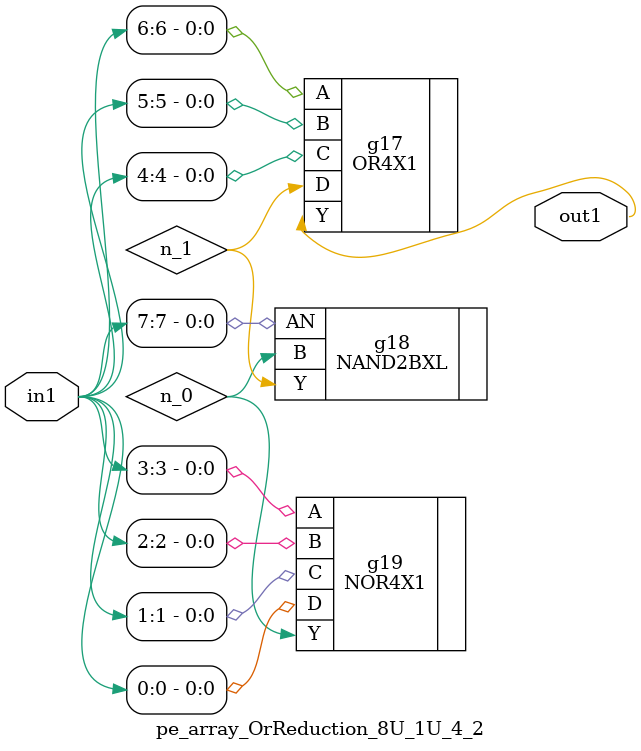
<source format=v>
`timescale 1ps / 1ps


module pe_array_OrReduction_8U_1U_4_2(in1, out1);
  input [7:0] in1;
  output out1;
  wire [7:0] in1;
  wire out1;
  wire n_0, n_1;
  OR4X1 g17(.A (in1[6]), .B (in1[5]), .C (in1[4]), .D (n_1), .Y (out1));
  NAND2BXL g18(.AN (in1[7]), .B (n_0), .Y (n_1));
  NOR4X1 g19(.A (in1[3]), .B (in1[2]), .C (in1[1]), .D (in1[0]), .Y
       (n_0));
endmodule



</source>
